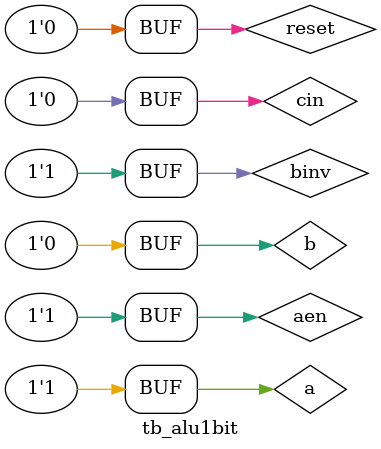
<source format=v>
`timescale 1ns / 1ps

module tb_alu1bit;

	// Inputs
	reg reset;
	reg a;
	reg b;
	reg aen;
	reg binv;
	reg cin;

	// Outputs
	wire cout;
	wire sum;

	// Instantiate the Unit Under Test (UUT)
	alu1bit uut (
		.reset(reset), 
		.a(a), 
		.b(b), 
		.aen(aen), 
		.binv(binv), 
		.cin(cin), 
		.cout(cout), 
		.sum(sum)
	);

	initial begin
		// Initialize Inputs
		reset = 0;
		a = 0;
		b = 0;
		aen = 0;
		binv = 0;
		cin = 0;

		// Wait 100 ns for global reset to finish
		#100;
        
		// Add stimulus here
		aen = 1; a = 0; b = 0; cin = 0; binv = 0; #10; // 0+0+0
		a   = 1; b = 0; cin = 0; binv = 0; #10; // 1+0+0
		a   = 1; b = 1; cin = 0; binv = 0; #10; // 1+1+0
		a   = 1; b = 1; cin = 1; binv = 0; #10; // 1+1+1
		binv = 1; a = 1; b = 0; cin = 0; #10;     // b 반전 확인
		reset = 1; #10;                           // reset 테스트
		reset = 0; #10;


	end
      
endmodule


</source>
